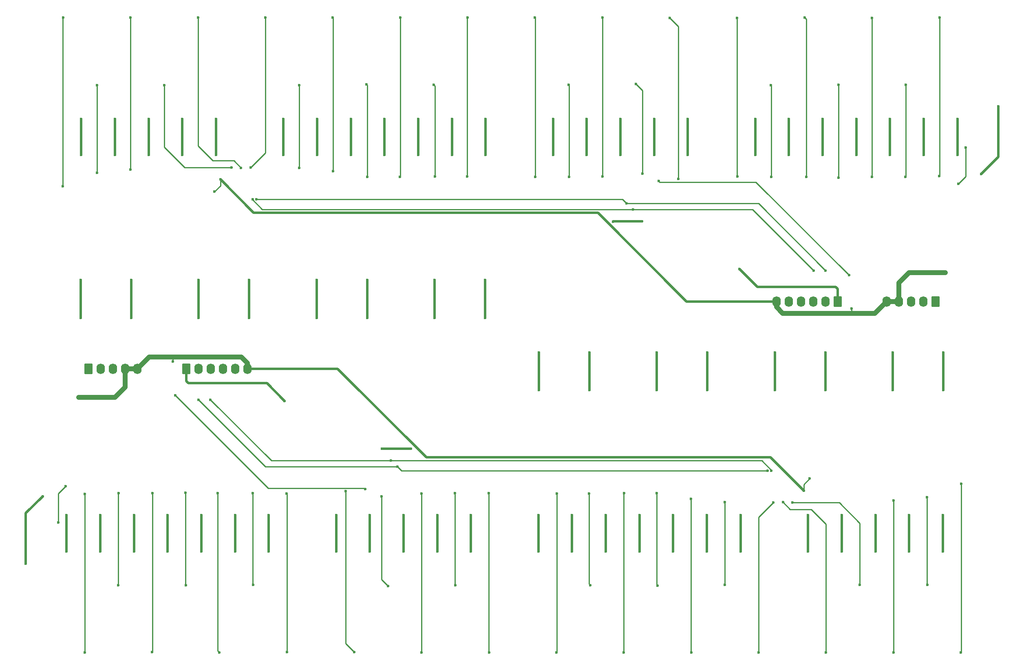
<source format=gbr>
%TF.GenerationSoftware,KiCad,Pcbnew,5.99.0-unknown-5db75805bd~106~ubuntu20.04.1*%
%TF.CreationDate,2021-01-05T12:39:38+10:00*%
%TF.ProjectId,panel_switch_piano_2up,70616e65-6c5f-4737-9769-7463685f7069,rev?*%
%TF.SameCoordinates,PX2faf080PY2160ec0*%
%TF.FileFunction,Copper,L2,Bot*%
%TF.FilePolarity,Positive*%
%FSLAX46Y46*%
G04 Gerber Fmt 4.6, Leading zero omitted, Abs format (unit mm)*
G04 Created by KiCad (PCBNEW 5.99.0-unknown-5db75805bd~106~ubuntu20.04.1) date 2021-01-05 12:39:38*
%MOMM*%
%LPD*%
G01*
G04 APERTURE LIST*
G04 Aperture macros list*
%AMRoundRect*
0 Rectangle with rounded corners*
0 $1 Rounding radius*
0 $2 $3 $4 $5 $6 $7 $8 $9 X,Y pos of 4 corners*
0 Add a 4 corners polygon primitive as box body*
4,1,4,$2,$3,$4,$5,$6,$7,$8,$9,$2,$3,0*
0 Add four circle primitives for the rounded corners*
1,1,$1+$1,$2,$3,0*
1,1,$1+$1,$4,$5,0*
1,1,$1+$1,$6,$7,0*
1,1,$1+$1,$8,$9,0*
0 Add four rect primitives between the rounded corners*
20,1,$1+$1,$2,$3,$4,$5,0*
20,1,$1+$1,$4,$5,$6,$7,0*
20,1,$1+$1,$6,$7,$8,$9,0*
20,1,$1+$1,$8,$9,$2,$3,0*%
G04 Aperture macros list end*
%TA.AperFunction,ComponentPad*%
%ADD10RoundRect,0.250000X0.620000X0.845000X-0.620000X0.845000X-0.620000X-0.845000X0.620000X-0.845000X0*%
%TD*%
%TA.AperFunction,ComponentPad*%
%ADD11O,1.740000X2.190000*%
%TD*%
%TA.AperFunction,ComponentPad*%
%ADD12RoundRect,0.250000X-0.620000X-0.845000X0.620000X-0.845000X0.620000X0.845000X-0.620000X0.845000X0*%
%TD*%
%TA.AperFunction,ViaPad*%
%ADD13C,0.600000*%
%TD*%
%TA.AperFunction,Conductor*%
%ADD14C,0.500000*%
%TD*%
%TA.AperFunction,Conductor*%
%ADD15C,0.250000*%
%TD*%
%TA.AperFunction,Conductor*%
%ADD16C,1.000000*%
%TD*%
G04 APERTURE END LIST*
D10*
%TO.P,J2,1,Pin_1*%
%TO.N,+3V3*%
X172144466Y-46035534D03*
D11*
%TO.P,J2,2,Pin_2*%
%TO.N,/keys/I2C_SDA_1*%
X169604466Y-46035534D03*
%TO.P,J2,3,Pin_3*%
%TO.N,/I2C_SCL*%
X167064466Y-46035534D03*
%TO.P,J2,4,Pin_4*%
%TO.N,/IRQ1*%
X164524466Y-46035534D03*
%TO.P,J2,5,Pin_5*%
%TO.N,/IRQ2*%
X161984466Y-46035534D03*
%TO.P,J2,6,Pin_6*%
%TO.N,GND*%
X159444466Y-46035534D03*
%TD*%
D10*
%TO.P,J1,1,Pin_1*%
%TO.N,+5V*%
X192464466Y-46035534D03*
D11*
%TO.P,J1,2,Pin_2*%
X189924466Y-46035534D03*
%TO.P,J1,3,Pin_3*%
%TO.N,Net-(J1-Pad3)*%
X187384466Y-46035534D03*
%TO.P,J1,4,Pin_4*%
%TO.N,GND*%
X184844466Y-46035534D03*
%TO.P,J1,5,Pin_5*%
X182304466Y-46035534D03*
%TD*%
D12*
%TO.P,J2,1,Pin_1*%
%TO.N,+3V3*%
X36820000Y-60000000D03*
D11*
%TO.P,J2,2,Pin_2*%
%TO.N,/keys/I2C_SDA_1*%
X39360000Y-60000000D03*
%TO.P,J2,3,Pin_3*%
%TO.N,/I2C_SCL*%
X41900000Y-60000000D03*
%TO.P,J2,4,Pin_4*%
%TO.N,/IRQ1*%
X44440000Y-60000000D03*
%TO.P,J2,5,Pin_5*%
%TO.N,/IRQ2*%
X46980000Y-60000000D03*
%TO.P,J2,6,Pin_6*%
%TO.N,GND*%
X49520000Y-60000000D03*
%TD*%
D12*
%TO.P,J1,1,Pin_1*%
%TO.N,+5V*%
X16500000Y-60000000D03*
D11*
%TO.P,J1,2,Pin_2*%
X19040000Y-60000000D03*
%TO.P,J1,3,Pin_3*%
%TO.N,Net-(J1-Pad3)*%
X21580000Y-60000000D03*
%TO.P,J1,4,Pin_4*%
%TO.N,GND*%
X24120000Y-60000000D03*
%TO.P,J1,5,Pin_5*%
X26660000Y-60000000D03*
%TD*%
D13*
%TO.N,+5V*%
X127004466Y-8095534D03*
X43004466Y-15595534D03*
%TO.N,/keys/I2C_SDA_1*%
X169604466Y-39595534D03*
%TO.N,+5V*%
X155004466Y-8095534D03*
%TO.N,Net-(SW20-Pad2)*%
X48204466Y-18295534D03*
%TO.N,GND*%
X194464466Y-40035534D03*
%TO.N,Net-(U26-Pad19)*%
X81204466Y-20195534D03*
%TO.N,Net-(SW17-Pad2)*%
X67304466Y-18995534D03*
%TO.N,Net-(SW24-Pad2)*%
X11204466Y-22095534D03*
%TO.N,Net-(SW13-Pad2)*%
X95204466Y-20095534D03*
%TO.N,Net-(SW9-Pad2)*%
X130254466Y-845534D03*
%TO.N,+5V*%
X127004466Y-15595534D03*
%TO.N,+3V3*%
X131504466Y-29395534D03*
%TO.N,Net-(SW8-Pad2)*%
X139004466Y-20595534D03*
%TO.N,/I2C_SCL*%
X129654446Y-26909130D03*
%TO.N,+5V*%
X134004466Y-15595534D03*
%TO.N,Net-(SW18-Pad2)*%
X60304466Y-18295534D03*
%TO.N,Net-(U26-Pad19)*%
X81254466Y12954466D03*
%TO.N,Net-(SW5-Pad2)*%
X165604466Y-20195534D03*
%TO.N,+5V*%
X71004466Y-8095534D03*
X78004466Y-15595534D03*
%TO.N,Net-(SW3-Pad2)*%
X179204466Y-20195534D03*
%TO.N,+5V*%
X98904466Y-49415574D03*
%TO.N,Net-(SW12-Pad2)*%
X109304466Y-20195534D03*
%TO.N,Net-(SW8-Pad2)*%
X137254466Y12854466D03*
%TO.N,+5V*%
X162004466Y-15595534D03*
%TO.N,Net-(SW21-Pad2)*%
X32254466Y-1145534D03*
%TO.N,+5V*%
X98904466Y-41595534D03*
X134004466Y-8095534D03*
X190004466Y-15595534D03*
X113004466Y-8095534D03*
%TO.N,Net-(SW20-Pad2)*%
X39254466Y12954466D03*
%TO.N,Net-(SW11-Pad2)*%
X116254466Y-1045534D03*
%TO.N,+5V*%
X183004466Y-15595534D03*
X141004466Y-15595534D03*
X43004466Y-8095534D03*
%TO.N,Net-(SW4-Pad2)*%
X172254466Y-1045534D03*
%TO.N,+3V3*%
X151704466Y-39295534D03*
%TO.N,+5V*%
X63904466Y-41595534D03*
X49904466Y-41595534D03*
%TO.N,/I2C_SCL*%
X167104466Y-39595534D03*
%TO.N,Net-(SW13-Pad2)*%
X95254466Y12954466D03*
%TO.N,GND*%
X201964466Y-19535534D03*
%TO.N,/keys/I2C_SDA_1*%
X51404466Y-24800534D03*
%TO.N,+5V*%
X14904466Y-49415574D03*
X190004466Y-8095534D03*
%TO.N,Net-(SW2-Pad2)*%
X186254466Y-1045534D03*
%TO.N,+5V*%
X183004466Y-8095534D03*
%TO.N,Net-(SW23-Pad2)*%
X18254466Y-1145534D03*
%TO.N,+5V*%
X99004466Y-8095534D03*
X169004466Y-15595534D03*
%TO.N,/I2C_SCL*%
X50604466Y-24800534D03*
%TO.N,+5V*%
X141004466Y-8095534D03*
%TO.N,Net-(SW6-Pad2)*%
X158254466Y-1145534D03*
%TO.N,+5V*%
X85004466Y-15595534D03*
%TO.N,/LED_DIN*%
X198704466Y-14095534D03*
%TO.N,Net-(SW19-Pad2)*%
X50204466Y-18195534D03*
X53254466Y12954466D03*
%TO.N,+5V*%
X88404466Y-49415574D03*
X197004466Y-15595534D03*
X49904466Y-49415574D03*
X63904466Y-49415574D03*
X92004466Y-15595534D03*
X85004466Y-8095534D03*
%TO.N,Net-(SW1-Pad2)*%
X193204466Y-19995534D03*
%TO.N,Net-(SW23-Pad2)*%
X18304466Y-19295534D03*
%TO.N,/LED_DIN*%
X197204466Y-21595534D03*
%TO.N,GND*%
X134964466Y-21035534D03*
%TO.N,+5V*%
X120004466Y-8095534D03*
X36004466Y-15595534D03*
%TO.N,+3V3*%
X125454466Y-29445534D03*
%TO.N,Net-(SW1-Pad2)*%
X193254466Y12954466D03*
%TO.N,Net-(SW22-Pad2)*%
X25254466Y12954466D03*
%TO.N,Net-(SW5-Pad2)*%
X165254466Y12954466D03*
%TO.N,GND*%
X205464466Y-5535534D03*
%TO.N,Net-(SW7-Pad2)*%
X151304466Y-20095534D03*
%TO.N,Net-(U26-Pad18)*%
X88504466Y-20095534D03*
%TO.N,+5V*%
X169004466Y-8095534D03*
%TO.N,GND*%
X42704466Y-23195534D03*
%TO.N,Net-(SW4-Pad2)*%
X172304466Y-20295534D03*
%TO.N,+5V*%
X176004466Y-8095534D03*
X25404466Y-49415574D03*
X120004466Y-15595534D03*
X57004466Y-8095534D03*
X74404466Y-41595534D03*
%TO.N,GND*%
X174964466Y-47535534D03*
%TO.N,Net-(SW21-Pad2)*%
X46204466Y-18195534D03*
%TO.N,Net-(U26-Pad18)*%
X88254466Y-1045534D03*
%TO.N,Net-(SW9-Pad2)*%
X131604466Y-19495534D03*
%TO.N,+5V*%
X15004466Y-8095534D03*
%TO.N,Net-(SW11-Pad2)*%
X116304466Y-20195534D03*
%TO.N,Net-(U26-Pad20)*%
X74404466Y-20195534D03*
%TO.N,Net-(SW18-Pad2)*%
X60254466Y-1145534D03*
%TO.N,+5V*%
X78004466Y-8095534D03*
%TO.N,Net-(SW22-Pad2)*%
X25204466Y-18670534D03*
%TO.N,Net-(SW10-Pad2)*%
X123304466Y-20095534D03*
%TO.N,+5V*%
X162004466Y-8095534D03*
X36004466Y-8095534D03*
X29004466Y-15595534D03*
%TO.N,GND*%
X43904466Y-20695534D03*
%TO.N,+5V*%
X22004466Y-8095534D03*
X64004466Y-15595534D03*
X92004466Y-8095534D03*
%TO.N,Net-(SW12-Pad2)*%
X109254466Y12954466D03*
%TO.N,+5V*%
X15004466Y-15595534D03*
%TO.N,Net-(U26-Pad20)*%
X74254466Y-945534D03*
%TO.N,+5V*%
X25404466Y-41595534D03*
%TO.N,Net-(SW7-Pad2)*%
X151254466Y12854466D03*
%TO.N,+5V*%
X39404466Y-41595534D03*
X22004466Y-15595534D03*
%TO.N,Net-(SW3-Pad2)*%
X179254466Y12854466D03*
%TO.N,+5V*%
X99004466Y-15595534D03*
X57004466Y-15595534D03*
X88404466Y-41595534D03*
X197004466Y-8095534D03*
%TO.N,/keys/I2C_SDA_1*%
X128304466Y-25695534D03*
%TO.N,+5V*%
X113004466Y-15595534D03*
X64004466Y-8095534D03*
%TO.N,GND*%
X174464466Y-40535534D03*
%TO.N,Net-(SW6-Pad2)*%
X158304466Y-20195534D03*
%TO.N,Net-(SW24-Pad2)*%
X11254466Y12954466D03*
%TO.N,+5V*%
X14904466Y-41595534D03*
%TO.N,Net-(SW2-Pad2)*%
X186204466Y-20195534D03*
%TO.N,Net-(SW17-Pad2)*%
X67254466Y12954466D03*
%TO.N,+5V*%
X29004466Y-8095534D03*
X39404466Y-49415574D03*
X74404466Y-49415574D03*
%TO.N,Net-(SW10-Pad2)*%
X123254466Y12954466D03*
%TO.N,+5V*%
X155004466Y-15595534D03*
X71004466Y-15595534D03*
X176004466Y-15595534D03*
%TO.N,GND*%
X34500000Y-65500000D03*
X14500000Y-66000000D03*
X3500000Y-100500000D03*
X166260000Y-82840000D03*
X34000000Y-58500000D03*
X165060000Y-85340000D03*
X7000000Y-86500000D03*
X74000000Y-85000000D03*
%TO.N,+5V*%
X25960000Y-90440000D03*
X39960000Y-97940000D03*
X179960000Y-97940000D03*
X194060000Y-56619960D03*
X95960000Y-90440000D03*
X130960000Y-97940000D03*
X134560000Y-64440000D03*
X130960000Y-90440000D03*
X120560000Y-64440000D03*
X137960000Y-90440000D03*
X95960000Y-97940000D03*
X194060000Y-64440000D03*
X183560000Y-56619960D03*
X53960000Y-90440000D03*
X144960000Y-97940000D03*
X145060000Y-64440000D03*
X32960000Y-90440000D03*
X193960000Y-97940000D03*
X165960000Y-97940000D03*
X186960000Y-97940000D03*
X165960000Y-90440000D03*
X67960000Y-97940000D03*
X134560000Y-56619960D03*
X39960000Y-90440000D03*
X46960000Y-97940000D03*
X123960000Y-90440000D03*
X11960000Y-97940000D03*
X32960000Y-97940000D03*
X109960000Y-97940000D03*
X88960000Y-97940000D03*
X81960000Y-97940000D03*
X74960000Y-90440000D03*
X172960000Y-90440000D03*
X159060000Y-64440000D03*
X109960000Y-90440000D03*
X144960000Y-90440000D03*
X116960000Y-97940000D03*
X116960000Y-90440000D03*
X145060000Y-56619960D03*
X159060000Y-56619960D03*
X11960000Y-90440000D03*
X137960000Y-97940000D03*
X169560000Y-56619960D03*
X53960000Y-97940000D03*
X25960000Y-97940000D03*
X74960000Y-97940000D03*
X18960000Y-90440000D03*
X88960000Y-90440000D03*
X151960000Y-90440000D03*
X123960000Y-97940000D03*
X179960000Y-90440000D03*
X151960000Y-97940000D03*
X67960000Y-90440000D03*
X120560000Y-56619960D03*
X186960000Y-90440000D03*
X183560000Y-64440000D03*
X110060000Y-56619960D03*
X18960000Y-97940000D03*
X46960000Y-90440000D03*
X169560000Y-64440000D03*
X110060000Y-64440000D03*
X172960000Y-97940000D03*
X81960000Y-90440000D03*
X193960000Y-90440000D03*
%TO.N,+3V3*%
X77460000Y-76640000D03*
X83510000Y-76590000D03*
X57260000Y-66740000D03*
%TO.N,/I2C_SCL*%
X41860000Y-66440000D03*
X79310020Y-79126404D03*
X158360000Y-81235000D03*
%TO.N,Net-(SW1-Pad2)*%
X15760000Y-86040000D03*
X15710000Y-118990000D03*
%TO.N,Net-(SW2-Pad2)*%
X22710000Y-104990000D03*
X22760000Y-85840000D03*
%TO.N,Net-(SW3-Pad2)*%
X29710000Y-118890000D03*
X29760000Y-85840000D03*
%TO.N,Net-(SW4-Pad2)*%
X36660000Y-85740000D03*
X36710000Y-104990000D03*
%TO.N,Net-(SW5-Pad2)*%
X43360000Y-85840000D03*
X43710000Y-118990000D03*
%TO.N,Net-(SW6-Pad2)*%
X50660000Y-85840000D03*
X50710000Y-104890000D03*
%TO.N,Net-(SW7-Pad2)*%
X57710000Y-118890000D03*
X57660000Y-85940000D03*
%TO.N,Net-(SW8-Pad2)*%
X71710000Y-118890000D03*
X69960000Y-85440000D03*
%TO.N,Net-(SW9-Pad2)*%
X77360000Y-86540000D03*
X78710000Y-105190000D03*
%TO.N,Net-(SW10-Pad2)*%
X85710000Y-118990000D03*
X85660000Y-85940000D03*
%TO.N,Net-(SW11-Pad2)*%
X92710000Y-104990000D03*
X92660000Y-85840000D03*
%TO.N,/LED_DIN*%
X10260000Y-91940000D03*
X11760000Y-84440000D03*
%TO.N,/keys/I2C_SDA_1*%
X39360000Y-66440000D03*
X80660000Y-80340000D03*
X157560000Y-81235000D03*
%TO.N,Net-(SW12-Pad2)*%
X99660000Y-85840000D03*
X99710000Y-118990000D03*
%TO.N,Net-(SW13-Pad2)*%
X113710000Y-118990000D03*
X113760000Y-85940000D03*
%TO.N,Net-(SW22-Pad2)*%
X183760000Y-87365000D03*
X183710000Y-118990000D03*
%TO.N,Net-(SW23-Pad2)*%
X190710000Y-104890000D03*
X190660000Y-86740000D03*
%TO.N,Net-(SW24-Pad2)*%
X197710000Y-118990000D03*
X197760000Y-83940000D03*
%TO.N,Net-(U26-Pad18)*%
X120460000Y-85940000D03*
X120710000Y-104990000D03*
%TO.N,Net-(U26-Pad19)*%
X127760000Y-85840000D03*
X127710000Y-118990000D03*
%TO.N,Net-(U26-Pad20)*%
X134710000Y-105090000D03*
X134560000Y-85840000D03*
%TO.N,Net-(SW17-Pad2)*%
X141660000Y-87040000D03*
X141710000Y-118990000D03*
%TO.N,Net-(SW18-Pad2)*%
X148710000Y-104890000D03*
X148660000Y-87740000D03*
%TO.N,Net-(SW19-Pad2)*%
X155710000Y-118990000D03*
X158760000Y-87840000D03*
%TO.N,Net-(SW20-Pad2)*%
X160760000Y-87740000D03*
X169710000Y-118990000D03*
%TO.N,Net-(SW21-Pad2)*%
X162760000Y-87840000D03*
X176710000Y-104890000D03*
%TD*%
D14*
%TO.N,+5V*%
X141004466Y-15595534D02*
X141004466Y-8095534D01*
D15*
%TO.N,Net-(SW21-Pad2)*%
X32254466Y-13945534D02*
X32254466Y-1145534D01*
%TO.N,Net-(SW11-Pad2)*%
X116304466Y-1095534D02*
X116254466Y-1045534D01*
%TO.N,Net-(SW22-Pad2)*%
X25204466Y-18670534D02*
X25204466Y12904466D01*
%TO.N,/I2C_SCL*%
X50604466Y-24925551D02*
X50604466Y-24800534D01*
%TO.N,Net-(SW9-Pad2)*%
X131604466Y-19495534D02*
X131604466Y-2195534D01*
D14*
%TO.N,+5V*%
X43004466Y-15595534D02*
X43004466Y-8095534D01*
X22004466Y-15595534D02*
X22004466Y-8095534D01*
%TO.N,+3V3*%
X155404466Y-42995534D02*
X151704466Y-39295534D01*
D15*
%TO.N,Net-(SW12-Pad2)*%
X109304466Y12904466D02*
X109254466Y12954466D01*
%TO.N,Net-(SW9-Pad2)*%
X131604466Y-2195534D02*
X130254466Y-845534D01*
%TO.N,Net-(SW8-Pad2)*%
X139004466Y-20595534D02*
X139004466Y11104466D01*
X139004466Y11104466D02*
X137254466Y12854466D01*
%TO.N,Net-(SW5-Pad2)*%
X165604466Y-20195534D02*
X165604466Y12604466D01*
%TO.N,Net-(SW18-Pad2)*%
X60304466Y-1195534D02*
X60254466Y-1145534D01*
%TO.N,Net-(SW2-Pad2)*%
X186204466Y-20195534D02*
X186254466Y-20145534D01*
%TO.N,/keys/I2C_SDA_1*%
X51404466Y-24800534D02*
X127409466Y-24800534D01*
%TO.N,Net-(SW10-Pad2)*%
X123304466Y12904466D02*
X123254466Y12954466D01*
D14*
%TO.N,GND*%
X205464466Y-5535534D02*
X205464466Y-16035534D01*
D15*
X135149477Y-21220545D02*
X155149477Y-21220545D01*
%TO.N,/keys/I2C_SDA_1*%
X155704466Y-25695534D02*
X169604466Y-39595534D01*
%TO.N,Net-(U26-Pad19)*%
X81254466Y-20145534D02*
X81254466Y12954466D01*
%TO.N,Net-(U26-Pad18)*%
X88504466Y-1295534D02*
X88254466Y-1045534D01*
%TO.N,Net-(SW4-Pad2)*%
X172304466Y-20295534D02*
X172304466Y-1095534D01*
D14*
%TO.N,+5V*%
X99004466Y-15595534D02*
X99004466Y-8095534D01*
X162004466Y-15595534D02*
X162004466Y-8095534D01*
D16*
%TO.N,GND*%
X160704466Y-48495534D02*
X159404466Y-47195534D01*
D14*
%TO.N,+5V*%
X127004466Y-15595534D02*
X127004466Y-8095534D01*
D16*
%TO.N,GND*%
X184844466Y-42155534D02*
X184844466Y-46035534D01*
D15*
%TO.N,Net-(SW20-Pad2)*%
X39254466Y-13745534D02*
X39254466Y12954466D01*
D14*
%TO.N,+3V3*%
X131504466Y-29395534D02*
X125504466Y-29395534D01*
D15*
%TO.N,Net-(SW21-Pad2)*%
X46204466Y-18195534D02*
X36504466Y-18195534D01*
%TO.N,Net-(SW13-Pad2)*%
X95204466Y-20095534D02*
X95204466Y12904466D01*
%TO.N,Net-(SW24-Pad2)*%
X11204466Y12904466D02*
X11254466Y12954466D01*
%TO.N,Net-(SW12-Pad2)*%
X109304466Y-20195534D02*
X109304466Y12904466D01*
%TO.N,Net-(SW24-Pad2)*%
X11204466Y-22095534D02*
X11204466Y12904466D01*
%TO.N,Net-(U26-Pad19)*%
X81204466Y-20195534D02*
X81254466Y-20145534D01*
%TO.N,Net-(U26-Pad18)*%
X88504466Y-20095534D02*
X88504466Y-1295534D01*
%TO.N,Net-(SW19-Pad2)*%
X53254466Y-15145534D02*
X53254466Y12954466D01*
X50204466Y-18195534D02*
X53254466Y-15145534D01*
%TO.N,/I2C_SCL*%
X52588045Y-26909130D02*
X50604466Y-24925551D01*
D14*
%TO.N,GND*%
X140744466Y-46035534D02*
X159444466Y-46035534D01*
X43904466Y-20695534D02*
X50804466Y-27595534D01*
D15*
%TO.N,Net-(SW10-Pad2)*%
X123304466Y-20095534D02*
X123304466Y12904466D01*
%TO.N,GND*%
X174964466Y-47535534D02*
X174964466Y-48455534D01*
D14*
%TO.N,+5V*%
X92004466Y-15595534D02*
X92004466Y-8095534D01*
X183004466Y-15595534D02*
X183004466Y-8095534D01*
X85004466Y-15595534D02*
X85004466Y-8095534D01*
%TO.N,GND*%
X50804466Y-27595534D02*
X122304466Y-27595534D01*
%TO.N,+5V*%
X74404466Y-41595534D02*
X74404466Y-49415574D01*
D15*
%TO.N,GND*%
X155149477Y-21220545D02*
X174464466Y-40535534D01*
D14*
X122304466Y-27595534D02*
X140744466Y-46035534D01*
X205464466Y-16035534D02*
X201964466Y-19535534D01*
%TO.N,+3V3*%
X171704466Y-42995534D02*
X155404466Y-42995534D01*
D15*
%TO.N,GND*%
X174964466Y-48455534D02*
X175004466Y-48495534D01*
%TO.N,Net-(SW11-Pad2)*%
X116304466Y-20195534D02*
X116304466Y-1095534D01*
%TO.N,Net-(SW23-Pad2)*%
X18304466Y-1195534D02*
X18254466Y-1145534D01*
D14*
%TO.N,+5V*%
X155004466Y-15595534D02*
X155004466Y-8095534D01*
X64004466Y-15595534D02*
X64004466Y-8095534D01*
D15*
%TO.N,Net-(SW7-Pad2)*%
X151254466Y-20045534D02*
X151304466Y-20095534D01*
D14*
%TO.N,+5V*%
X29004466Y-15595534D02*
X29004466Y-8095534D01*
D15*
%TO.N,Net-(SW17-Pad2)*%
X67304466Y12904466D02*
X67254466Y12954466D01*
D14*
%TO.N,+5V*%
X25404466Y-41595534D02*
X25404466Y-49415574D01*
D15*
%TO.N,Net-(SW3-Pad2)*%
X179204466Y-20195534D02*
X179204466Y12804466D01*
%TO.N,Net-(U26-Pad20)*%
X74404466Y-20195534D02*
X74404466Y-1095534D01*
%TO.N,Net-(SW20-Pad2)*%
X46704466Y-16795534D02*
X42304466Y-16795534D01*
D14*
%TO.N,+3V3*%
X172144466Y-43435534D02*
X171704466Y-42995534D01*
D15*
%TO.N,Net-(SW6-Pad2)*%
X158304466Y-20195534D02*
X158304466Y-1195534D01*
%TO.N,/keys/I2C_SDA_1*%
X128304466Y-25695534D02*
X153804466Y-25695534D01*
%TO.N,Net-(U26-Pad20)*%
X74404466Y-1095534D02*
X74254466Y-945534D01*
%TO.N,/LED_DIN*%
X198704466Y-20095534D02*
X197204466Y-21595534D01*
%TO.N,Net-(SW5-Pad2)*%
X165604466Y12604466D02*
X165254466Y12954466D01*
D14*
%TO.N,+3V3*%
X125504466Y-29395534D02*
X125454466Y-29445534D01*
X172144466Y-46035534D02*
X172144466Y-43435534D01*
D15*
%TO.N,Net-(SW13-Pad2)*%
X95204466Y12904466D02*
X95254466Y12954466D01*
D14*
%TO.N,+5V*%
X98904466Y-41595534D02*
X98904466Y-49415574D01*
X15004466Y-15595534D02*
X15004466Y-8095534D01*
D15*
%TO.N,Net-(SW22-Pad2)*%
X25204466Y12904466D02*
X25254466Y12954466D01*
%TO.N,Net-(SW3-Pad2)*%
X179204466Y12804466D02*
X179254466Y12854466D01*
D16*
%TO.N,GND*%
X184844466Y-46035534D02*
X182304466Y-46035534D01*
D15*
%TO.N,Net-(SW21-Pad2)*%
X36504466Y-18195534D02*
X32254466Y-13945534D01*
%TO.N,/I2C_SCL*%
X153418062Y-26909130D02*
X154418062Y-26909130D01*
%TO.N,Net-(SW20-Pad2)*%
X42304466Y-16795534D02*
X39254466Y-13745534D01*
D14*
%TO.N,+5V*%
X113004466Y-15595534D02*
X113004466Y-8095534D01*
X88404466Y-41595534D02*
X88404466Y-49415574D01*
X134004466Y-15595534D02*
X134004466Y-8095534D01*
D15*
%TO.N,/keys/I2C_SDA_1*%
X153804466Y-25695534D02*
X155704466Y-25695534D01*
D14*
%TO.N,+5V*%
X176004466Y-15595534D02*
X176004466Y-8095534D01*
D15*
%TO.N,Net-(SW23-Pad2)*%
X18304466Y-19295534D02*
X18304466Y-1195534D01*
%TO.N,GND*%
X43904466Y-21995534D02*
X43904466Y-20695534D01*
D14*
%TO.N,+5V*%
X14904466Y-41595534D02*
X14904466Y-49415574D01*
D15*
%TO.N,/LED_DIN*%
X198704466Y-14095534D02*
X198704466Y-20095534D01*
%TO.N,Net-(SW2-Pad2)*%
X186254466Y-20145534D02*
X186254466Y-1045534D01*
D16*
%TO.N,GND*%
X194464466Y-40035534D02*
X186964466Y-40035534D01*
D14*
%TO.N,+5V*%
X71004466Y-15595534D02*
X71004466Y-8095534D01*
D16*
%TO.N,GND*%
X159404466Y-46075534D02*
X159444466Y-46035534D01*
X186964466Y-40035534D02*
X184844466Y-42155534D01*
D15*
%TO.N,/keys/I2C_SDA_1*%
X127409466Y-24800534D02*
X128304466Y-25695534D01*
%TO.N,Net-(SW6-Pad2)*%
X158304466Y-1195534D02*
X158254466Y-1145534D01*
D14*
%TO.N,+5V*%
X63904466Y-41595534D02*
X63904466Y-49415574D01*
D15*
%TO.N,Net-(SW20-Pad2)*%
X48204466Y-18295534D02*
X46704466Y-16795534D01*
D14*
%TO.N,+5V*%
X169004466Y-15595534D02*
X169004466Y-8095534D01*
D15*
%TO.N,Net-(SW1-Pad2)*%
X193204466Y-19995534D02*
X193254466Y-19945534D01*
%TO.N,Net-(SW7-Pad2)*%
X151254466Y12854466D02*
X151254466Y-20045534D01*
D14*
%TO.N,+5V*%
X190004466Y-15595534D02*
X190004466Y-8095534D01*
D15*
%TO.N,/I2C_SCL*%
X129654446Y-26909130D02*
X52588045Y-26909130D01*
X154418062Y-26909130D02*
X167104466Y-39595534D01*
%TO.N,GND*%
X134964466Y-21035534D02*
X135149477Y-21220545D01*
D16*
X179844466Y-48495534D02*
X175004466Y-48495534D01*
X159404466Y-47195534D02*
X159404466Y-46075534D01*
X175004466Y-48495534D02*
X160704466Y-48495534D01*
D14*
%TO.N,+5V*%
X49904466Y-41595534D02*
X49904466Y-49415574D01*
X120004466Y-15595534D02*
X120004466Y-8095534D01*
D15*
%TO.N,Net-(SW1-Pad2)*%
X193254466Y-19945534D02*
X193254466Y12954466D01*
D16*
%TO.N,GND*%
X182304466Y-46035534D02*
X179844466Y-48495534D01*
D14*
%TO.N,+5V*%
X36004466Y-15595534D02*
X36004466Y-8095534D01*
X39404466Y-41595534D02*
X39404466Y-49415574D01*
X57004466Y-15595534D02*
X57004466Y-8095534D01*
D15*
%TO.N,/I2C_SCL*%
X129654446Y-26909130D02*
X153418062Y-26909130D01*
D14*
%TO.N,+5V*%
X78004466Y-15595534D02*
X78004466Y-8095534D01*
D15*
%TO.N,Net-(SW17-Pad2)*%
X67304466Y-18995534D02*
X67304466Y12904466D01*
D14*
%TO.N,+5V*%
X197004466Y-15595534D02*
X197004466Y-8095534D01*
D15*
%TO.N,GND*%
X42704466Y-23195534D02*
X43904466Y-21995534D01*
%TO.N,Net-(SW18-Pad2)*%
X60304466Y-18295534D02*
X60304466Y-1195534D01*
%TO.N,Net-(SW4-Pad2)*%
X172304466Y-1095534D02*
X172254466Y-1045534D01*
%TO.N,GND*%
X165060000Y-84040000D02*
X165060000Y-85340000D01*
X34000000Y-57580000D02*
X33960000Y-57540000D01*
D16*
X24120000Y-63880000D02*
X24120000Y-60000000D01*
D15*
X73814989Y-84814989D02*
X53814989Y-84814989D01*
D16*
X49560000Y-59960000D02*
X49520000Y-60000000D01*
D14*
X3500000Y-100500000D02*
X3500000Y-90000000D01*
D16*
X26660000Y-60000000D02*
X29120000Y-57540000D01*
D15*
X34000000Y-58500000D02*
X34000000Y-57580000D01*
X166260000Y-82840000D02*
X165060000Y-84040000D01*
D16*
X22000000Y-66000000D02*
X24120000Y-63880000D01*
D14*
X3500000Y-90000000D02*
X7000000Y-86500000D01*
X158160000Y-78440000D02*
X86660000Y-78440000D01*
X86660000Y-78440000D02*
X68220000Y-60000000D01*
D16*
X48260000Y-57540000D02*
X49560000Y-58840000D01*
D14*
X68220000Y-60000000D02*
X49520000Y-60000000D01*
D16*
X33960000Y-57540000D02*
X48260000Y-57540000D01*
X49560000Y-58840000D02*
X49560000Y-59960000D01*
X29120000Y-57540000D02*
X33960000Y-57540000D01*
D15*
X74000000Y-85000000D02*
X73814989Y-84814989D01*
D14*
X165060000Y-85340000D02*
X158160000Y-78440000D01*
D16*
X14500000Y-66000000D02*
X22000000Y-66000000D01*
X24120000Y-60000000D02*
X26660000Y-60000000D01*
D15*
X53814989Y-84814989D02*
X34500000Y-65500000D01*
D14*
%TO.N,+5V*%
X88960000Y-90440000D02*
X88960000Y-97940000D01*
X74960000Y-90440000D02*
X74960000Y-97940000D01*
X144960000Y-90440000D02*
X144960000Y-97940000D01*
X18960000Y-90440000D02*
X18960000Y-97940000D01*
X39960000Y-90440000D02*
X39960000Y-97940000D01*
X95960000Y-90440000D02*
X95960000Y-97940000D01*
X11960000Y-90440000D02*
X11960000Y-97940000D01*
X145060000Y-64440000D02*
X145060000Y-56619960D01*
X169560000Y-64440000D02*
X169560000Y-56619960D01*
X32960000Y-90440000D02*
X32960000Y-97940000D01*
X193960000Y-90440000D02*
X193960000Y-97940000D01*
X172960000Y-90440000D02*
X172960000Y-97940000D01*
X130960000Y-90440000D02*
X130960000Y-97940000D01*
X109960000Y-90440000D02*
X109960000Y-97940000D01*
X46960000Y-90440000D02*
X46960000Y-97940000D01*
X110060000Y-64440000D02*
X110060000Y-56619960D01*
X186960000Y-90440000D02*
X186960000Y-97940000D01*
X194060000Y-64440000D02*
X194060000Y-56619960D01*
X183560000Y-64440000D02*
X183560000Y-56619960D01*
X179960000Y-90440000D02*
X179960000Y-97940000D01*
X67960000Y-90440000D02*
X67960000Y-97940000D01*
X53960000Y-90440000D02*
X53960000Y-97940000D01*
X120560000Y-64440000D02*
X120560000Y-56619960D01*
X165960000Y-90440000D02*
X165960000Y-97940000D01*
X159060000Y-64440000D02*
X159060000Y-56619960D01*
X137960000Y-90440000D02*
X137960000Y-97940000D01*
X134560000Y-64440000D02*
X134560000Y-56619960D01*
X123960000Y-90440000D02*
X123960000Y-97940000D01*
X116960000Y-90440000D02*
X116960000Y-97940000D01*
X25960000Y-90440000D02*
X25960000Y-97940000D01*
X81960000Y-90440000D02*
X81960000Y-97940000D01*
X151960000Y-90440000D02*
X151960000Y-97940000D01*
%TO.N,+3V3*%
X36820000Y-62600000D02*
X37260000Y-63040000D01*
X77460000Y-76640000D02*
X83460000Y-76640000D01*
X83460000Y-76640000D02*
X83510000Y-76590000D01*
X36820000Y-60000000D02*
X36820000Y-62600000D01*
X37260000Y-63040000D02*
X53560000Y-63040000D01*
X53560000Y-63040000D02*
X57260000Y-66740000D01*
D15*
%TO.N,/I2C_SCL*%
X79310020Y-79126404D02*
X55546404Y-79126404D01*
X158360000Y-81109983D02*
X158360000Y-81235000D01*
X54546404Y-79126404D02*
X41860000Y-66440000D01*
X55546404Y-79126404D02*
X54546404Y-79126404D01*
X79310020Y-79126404D02*
X156376421Y-79126404D01*
X156376421Y-79126404D02*
X158360000Y-81109983D01*
%TO.N,Net-(SW1-Pad2)*%
X15710000Y-86090000D02*
X15710000Y-118990000D01*
X15760000Y-86040000D02*
X15710000Y-86090000D01*
%TO.N,Net-(SW2-Pad2)*%
X22760000Y-85840000D02*
X22710000Y-85890000D01*
X22710000Y-85890000D02*
X22710000Y-104990000D01*
%TO.N,Net-(SW3-Pad2)*%
X29760000Y-85840000D02*
X29760000Y-118840000D01*
X29760000Y-118840000D02*
X29710000Y-118890000D01*
%TO.N,Net-(SW4-Pad2)*%
X36660000Y-85740000D02*
X36660000Y-104940000D01*
X36660000Y-104940000D02*
X36710000Y-104990000D01*
%TO.N,Net-(SW5-Pad2)*%
X43360000Y-85840000D02*
X43360000Y-118640000D01*
X43360000Y-118640000D02*
X43710000Y-118990000D01*
%TO.N,Net-(SW6-Pad2)*%
X50660000Y-104840000D02*
X50710000Y-104890000D01*
X50660000Y-85840000D02*
X50660000Y-104840000D01*
%TO.N,Net-(SW7-Pad2)*%
X57710000Y-118890000D02*
X57710000Y-85990000D01*
X57710000Y-85990000D02*
X57660000Y-85940000D01*
%TO.N,Net-(SW8-Pad2)*%
X69960000Y-117140000D02*
X71710000Y-118890000D01*
X69960000Y-85440000D02*
X69960000Y-117140000D01*
%TO.N,Net-(SW9-Pad2)*%
X77360000Y-86540000D02*
X77360000Y-103840000D01*
X77360000Y-103840000D02*
X78710000Y-105190000D01*
%TO.N,Net-(SW10-Pad2)*%
X85660000Y-85940000D02*
X85660000Y-118940000D01*
X85660000Y-118940000D02*
X85710000Y-118990000D01*
%TO.N,Net-(SW11-Pad2)*%
X92660000Y-104940000D02*
X92710000Y-104990000D01*
X92660000Y-85840000D02*
X92660000Y-104940000D01*
%TO.N,/LED_DIN*%
X10260000Y-85940000D02*
X11760000Y-84440000D01*
X10260000Y-91940000D02*
X10260000Y-85940000D01*
%TO.N,/keys/I2C_SDA_1*%
X81555000Y-81235000D02*
X80660000Y-80340000D01*
X157560000Y-81235000D02*
X81555000Y-81235000D01*
X55160000Y-80340000D02*
X53260000Y-80340000D01*
X80660000Y-80340000D02*
X55160000Y-80340000D01*
X53260000Y-80340000D02*
X39360000Y-66440000D01*
%TO.N,Net-(SW12-Pad2)*%
X99660000Y-85840000D02*
X99660000Y-118940000D01*
X99660000Y-118940000D02*
X99710000Y-118990000D01*
%TO.N,Net-(SW13-Pad2)*%
X113760000Y-85940000D02*
X113760000Y-118940000D01*
X113760000Y-118940000D02*
X113710000Y-118990000D01*
%TO.N,Net-(SW22-Pad2)*%
X183760000Y-87365000D02*
X183760000Y-118940000D01*
X183760000Y-118940000D02*
X183710000Y-118990000D01*
%TO.N,Net-(SW23-Pad2)*%
X190660000Y-104840000D02*
X190710000Y-104890000D01*
X190660000Y-86740000D02*
X190660000Y-104840000D01*
%TO.N,Net-(SW24-Pad2)*%
X197760000Y-118940000D02*
X197710000Y-118990000D01*
X197760000Y-83940000D02*
X197760000Y-118940000D01*
%TO.N,Net-(U26-Pad18)*%
X120460000Y-85940000D02*
X120460000Y-104740000D01*
X120460000Y-104740000D02*
X120710000Y-104990000D01*
%TO.N,Net-(U26-Pad19)*%
X127710000Y-85890000D02*
X127710000Y-118990000D01*
X127760000Y-85840000D02*
X127710000Y-85890000D01*
%TO.N,Net-(U26-Pad20)*%
X134560000Y-85840000D02*
X134560000Y-104940000D01*
X134560000Y-104940000D02*
X134710000Y-105090000D01*
%TO.N,Net-(SW17-Pad2)*%
X141660000Y-87040000D02*
X141660000Y-118940000D01*
X141660000Y-118940000D02*
X141710000Y-118990000D01*
%TO.N,Net-(SW18-Pad2)*%
X148660000Y-104840000D02*
X148710000Y-104890000D01*
X148660000Y-87740000D02*
X148660000Y-104840000D01*
%TO.N,Net-(SW19-Pad2)*%
X158760000Y-87840000D02*
X155710000Y-90890000D01*
X155710000Y-90890000D02*
X155710000Y-118990000D01*
%TO.N,Net-(SW20-Pad2)*%
X160760000Y-87740000D02*
X162260000Y-89240000D01*
X166660000Y-89240000D02*
X169710000Y-92290000D01*
X162260000Y-89240000D02*
X166660000Y-89240000D01*
X169710000Y-92290000D02*
X169710000Y-118990000D01*
%TO.N,Net-(SW21-Pad2)*%
X176710000Y-92090000D02*
X176710000Y-104890000D01*
X162760000Y-87840000D02*
X172460000Y-87840000D01*
X172460000Y-87840000D02*
X176710000Y-92090000D01*
%TD*%
M02*

</source>
